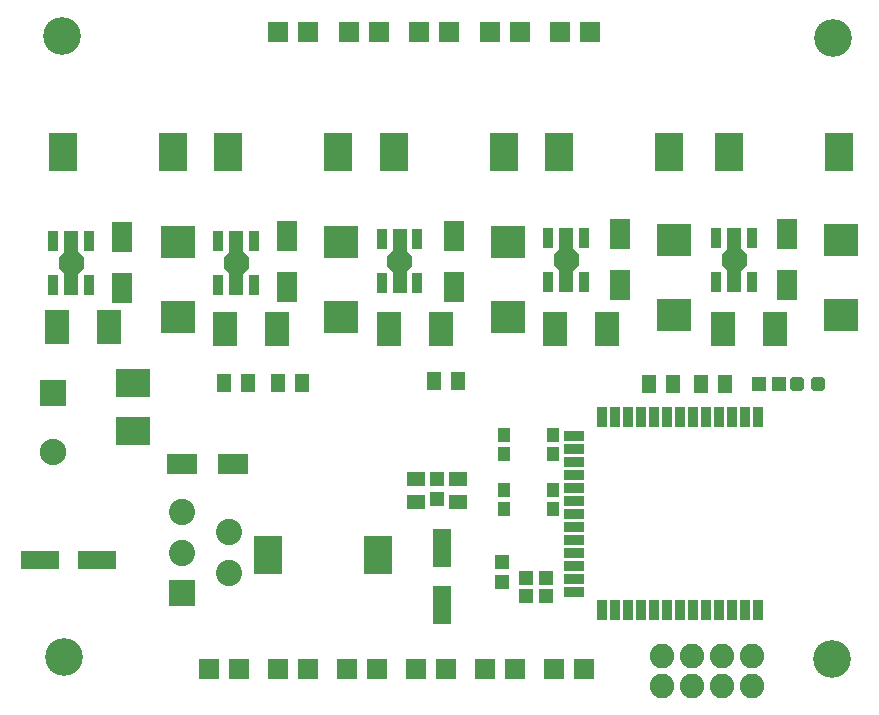
<source format=gbr>
G04 EAGLE Gerber RS-274X export*
G75*
%MOMM*%
%FSLAX34Y34*%
%LPD*%
%INSoldermask Top*%
%IPPOS*%
%AMOC8*
5,1,8,0,0,1.08239X$1,22.5*%
G01*
%ADD10R,0.903200X1.703200*%
%ADD11R,1.203200X5.403200*%
%ADD12R,2.403200X3.303200*%
%ADD13R,1.753200X2.553200*%
%ADD14R,2.003200X2.903200*%
%ADD15R,2.903200X2.753200*%
%ADD16R,1.727200X1.727200*%
%ADD17R,0.853200X1.703200*%
%ADD18R,1.703200X0.853200*%
%ADD19R,1.303200X1.603200*%
%ADD20R,1.303200X1.203200*%
%ADD21R,2.228200X2.228200*%
%ADD22C,2.228200*%
%ADD23R,1.603200X3.203200*%
%ADD24R,2.553200X1.753200*%
%ADD25R,3.203200X1.603200*%
%ADD26R,1.603200X1.303200*%
%ADD27R,1.203200X1.303200*%
%ADD28R,2.997200X2.489200*%
%ADD29C,0.505344*%
%ADD30C,3.203200*%
%ADD31R,1.103200X1.203200*%
%ADD32C,2.082800*%
%ADD33R,2.235200X2.235200*%
%ADD34C,2.235200*%
%ADD35C,1.478200*%

G36*
X610888Y363834D02*
X610888Y363834D01*
X610954Y363831D01*
X610999Y363846D01*
X611046Y363851D01*
X611105Y363880D01*
X611168Y363900D01*
X611212Y363933D01*
X611247Y363950D01*
X611274Y363979D01*
X611318Y364012D01*
X621318Y374012D01*
X621343Y374046D01*
X621374Y374075D01*
X621406Y374138D01*
X621447Y374196D01*
X621457Y374237D01*
X621477Y374275D01*
X621490Y374364D01*
X621503Y374413D01*
X621500Y374434D01*
X621504Y374460D01*
X621504Y382460D01*
X621497Y382502D01*
X621499Y382544D01*
X621477Y382611D01*
X621465Y382681D01*
X621443Y382717D01*
X621430Y382758D01*
X621376Y382831D01*
X621350Y382874D01*
X621334Y382887D01*
X621318Y382908D01*
X611318Y392908D01*
X611265Y392946D01*
X611217Y392991D01*
X611173Y393010D01*
X611134Y393037D01*
X611071Y393053D01*
X611010Y393079D01*
X610963Y393081D01*
X610917Y393093D01*
X610852Y393086D01*
X610786Y393089D01*
X610741Y393074D01*
X610694Y393069D01*
X610635Y393040D01*
X610572Y393020D01*
X610528Y392987D01*
X610493Y392970D01*
X610466Y392941D01*
X610422Y392908D01*
X600422Y382908D01*
X600397Y382874D01*
X600366Y382845D01*
X600334Y382782D01*
X600293Y382724D01*
X600283Y382683D01*
X600263Y382645D01*
X600250Y382556D01*
X600238Y382507D01*
X600240Y382486D01*
X600236Y382460D01*
X600236Y374460D01*
X600243Y374418D01*
X600241Y374376D01*
X600263Y374309D01*
X600275Y374239D01*
X600297Y374203D01*
X600310Y374162D01*
X600364Y374089D01*
X600390Y374046D01*
X600406Y374033D01*
X600422Y374012D01*
X610422Y364012D01*
X610476Y363974D01*
X610523Y363929D01*
X610567Y363910D01*
X610606Y363883D01*
X610669Y363867D01*
X610730Y363841D01*
X610777Y363839D01*
X610823Y363828D01*
X610888Y363834D01*
G37*
G36*
X468648Y363834D02*
X468648Y363834D01*
X468714Y363831D01*
X468759Y363846D01*
X468806Y363851D01*
X468865Y363880D01*
X468928Y363900D01*
X468972Y363933D01*
X469007Y363950D01*
X469034Y363979D01*
X469078Y364012D01*
X479078Y374012D01*
X479103Y374046D01*
X479134Y374075D01*
X479166Y374138D01*
X479207Y374196D01*
X479217Y374237D01*
X479237Y374275D01*
X479250Y374364D01*
X479263Y374413D01*
X479260Y374434D01*
X479264Y374460D01*
X479264Y382460D01*
X479257Y382502D01*
X479259Y382544D01*
X479237Y382611D01*
X479225Y382681D01*
X479203Y382717D01*
X479190Y382758D01*
X479136Y382831D01*
X479110Y382874D01*
X479094Y382887D01*
X479078Y382908D01*
X469078Y392908D01*
X469025Y392946D01*
X468977Y392991D01*
X468933Y393010D01*
X468894Y393037D01*
X468831Y393053D01*
X468770Y393079D01*
X468723Y393081D01*
X468677Y393093D01*
X468612Y393086D01*
X468546Y393089D01*
X468501Y393074D01*
X468454Y393069D01*
X468395Y393040D01*
X468332Y393020D01*
X468288Y392987D01*
X468253Y392970D01*
X468226Y392941D01*
X468182Y392908D01*
X458182Y382908D01*
X458157Y382874D01*
X458126Y382845D01*
X458094Y382782D01*
X458053Y382724D01*
X458043Y382683D01*
X458023Y382645D01*
X458010Y382556D01*
X457998Y382507D01*
X458000Y382486D01*
X457996Y382460D01*
X457996Y374460D01*
X458003Y374418D01*
X458001Y374376D01*
X458023Y374309D01*
X458035Y374239D01*
X458057Y374203D01*
X458070Y374162D01*
X458124Y374089D01*
X458150Y374046D01*
X458166Y374033D01*
X458182Y374012D01*
X468182Y364012D01*
X468236Y363974D01*
X468283Y363929D01*
X468327Y363910D01*
X468366Y363883D01*
X468429Y363867D01*
X468490Y363841D01*
X468537Y363839D01*
X468583Y363828D01*
X468648Y363834D01*
G37*
G36*
X327678Y362564D02*
X327678Y362564D01*
X327744Y362561D01*
X327789Y362576D01*
X327836Y362581D01*
X327895Y362610D01*
X327958Y362630D01*
X328002Y362663D01*
X328037Y362680D01*
X328064Y362709D01*
X328108Y362742D01*
X338108Y372742D01*
X338133Y372776D01*
X338164Y372805D01*
X338196Y372868D01*
X338237Y372926D01*
X338247Y372967D01*
X338267Y373005D01*
X338280Y373094D01*
X338293Y373143D01*
X338290Y373164D01*
X338294Y373190D01*
X338294Y381190D01*
X338287Y381232D01*
X338289Y381274D01*
X338267Y381341D01*
X338255Y381411D01*
X338233Y381447D01*
X338220Y381488D01*
X338166Y381561D01*
X338140Y381604D01*
X338124Y381617D01*
X338108Y381638D01*
X328108Y391638D01*
X328055Y391676D01*
X328007Y391721D01*
X327963Y391740D01*
X327924Y391767D01*
X327861Y391783D01*
X327800Y391809D01*
X327753Y391811D01*
X327707Y391823D01*
X327642Y391816D01*
X327576Y391819D01*
X327531Y391804D01*
X327484Y391799D01*
X327425Y391770D01*
X327362Y391750D01*
X327318Y391717D01*
X327283Y391700D01*
X327256Y391671D01*
X327212Y391638D01*
X317212Y381638D01*
X317187Y381604D01*
X317156Y381575D01*
X317124Y381512D01*
X317083Y381454D01*
X317073Y381413D01*
X317053Y381375D01*
X317040Y381286D01*
X317028Y381237D01*
X317030Y381216D01*
X317026Y381190D01*
X317026Y373190D01*
X317033Y373148D01*
X317031Y373106D01*
X317053Y373039D01*
X317065Y372969D01*
X317087Y372933D01*
X317100Y372892D01*
X317154Y372819D01*
X317180Y372776D01*
X317196Y372763D01*
X317212Y372742D01*
X327212Y362742D01*
X327266Y362704D01*
X327313Y362659D01*
X327357Y362640D01*
X327396Y362613D01*
X327459Y362597D01*
X327520Y362571D01*
X327567Y362569D01*
X327613Y362558D01*
X327678Y362564D01*
G37*
G36*
X189248Y361294D02*
X189248Y361294D01*
X189314Y361291D01*
X189359Y361306D01*
X189406Y361311D01*
X189465Y361340D01*
X189528Y361360D01*
X189572Y361393D01*
X189607Y361410D01*
X189634Y361439D01*
X189678Y361472D01*
X199678Y371472D01*
X199703Y371506D01*
X199734Y371535D01*
X199766Y371598D01*
X199807Y371656D01*
X199817Y371697D01*
X199837Y371735D01*
X199850Y371824D01*
X199863Y371873D01*
X199860Y371894D01*
X199864Y371920D01*
X199864Y379920D01*
X199857Y379962D01*
X199859Y380004D01*
X199837Y380071D01*
X199825Y380141D01*
X199803Y380177D01*
X199790Y380218D01*
X199736Y380291D01*
X199710Y380334D01*
X199694Y380347D01*
X199678Y380368D01*
X189678Y390368D01*
X189625Y390406D01*
X189577Y390451D01*
X189533Y390470D01*
X189494Y390497D01*
X189431Y390513D01*
X189370Y390539D01*
X189323Y390541D01*
X189277Y390553D01*
X189212Y390546D01*
X189146Y390549D01*
X189101Y390534D01*
X189054Y390529D01*
X188995Y390500D01*
X188932Y390480D01*
X188888Y390447D01*
X188853Y390430D01*
X188826Y390401D01*
X188782Y390368D01*
X178782Y380368D01*
X178757Y380334D01*
X178726Y380305D01*
X178694Y380242D01*
X178653Y380184D01*
X178643Y380143D01*
X178623Y380105D01*
X178610Y380016D01*
X178598Y379967D01*
X178600Y379946D01*
X178596Y379920D01*
X178596Y371920D01*
X178603Y371878D01*
X178601Y371836D01*
X178623Y371769D01*
X178635Y371699D01*
X178657Y371663D01*
X178670Y371622D01*
X178724Y371549D01*
X178750Y371506D01*
X178766Y371493D01*
X178782Y371472D01*
X188782Y361472D01*
X188836Y361434D01*
X188883Y361389D01*
X188927Y361370D01*
X188966Y361343D01*
X189029Y361327D01*
X189090Y361301D01*
X189137Y361299D01*
X189183Y361288D01*
X189248Y361294D01*
G37*
G36*
X49548Y361294D02*
X49548Y361294D01*
X49614Y361291D01*
X49659Y361306D01*
X49706Y361311D01*
X49765Y361340D01*
X49828Y361360D01*
X49872Y361393D01*
X49907Y361410D01*
X49934Y361439D01*
X49978Y361472D01*
X59978Y371472D01*
X60003Y371506D01*
X60034Y371535D01*
X60066Y371598D01*
X60107Y371656D01*
X60117Y371697D01*
X60137Y371735D01*
X60150Y371824D01*
X60163Y371873D01*
X60160Y371894D01*
X60164Y371920D01*
X60164Y379920D01*
X60157Y379962D01*
X60159Y380004D01*
X60137Y380071D01*
X60125Y380141D01*
X60103Y380177D01*
X60090Y380218D01*
X60036Y380291D01*
X60010Y380334D01*
X59994Y380347D01*
X59978Y380368D01*
X49978Y390368D01*
X49925Y390406D01*
X49877Y390451D01*
X49833Y390470D01*
X49794Y390497D01*
X49731Y390513D01*
X49670Y390539D01*
X49623Y390541D01*
X49577Y390553D01*
X49512Y390546D01*
X49446Y390549D01*
X49401Y390534D01*
X49354Y390529D01*
X49295Y390500D01*
X49232Y390480D01*
X49188Y390447D01*
X49153Y390430D01*
X49126Y390401D01*
X49082Y390368D01*
X39082Y380368D01*
X39057Y380334D01*
X39026Y380305D01*
X38994Y380242D01*
X38953Y380184D01*
X38943Y380143D01*
X38923Y380105D01*
X38910Y380016D01*
X38898Y379967D01*
X38900Y379946D01*
X38896Y379920D01*
X38896Y371920D01*
X38903Y371878D01*
X38901Y371836D01*
X38923Y371769D01*
X38935Y371699D01*
X38957Y371663D01*
X38970Y371622D01*
X39024Y371549D01*
X39050Y371506D01*
X39066Y371493D01*
X39082Y371472D01*
X49082Y361472D01*
X49136Y361434D01*
X49183Y361389D01*
X49227Y361370D01*
X49266Y361343D01*
X49329Y361327D01*
X49390Y361301D01*
X49437Y361299D01*
X49483Y361288D01*
X49548Y361294D01*
G37*
D10*
X64530Y394420D03*
X34530Y394420D03*
X64530Y357420D03*
X34530Y357420D03*
D11*
X49530Y375920D03*
D12*
X42400Y469900D03*
X135400Y469900D03*
D13*
X92710Y354420D03*
X92710Y397420D03*
D14*
X81690Y321310D03*
X37690Y321310D03*
D15*
X139700Y393650D03*
X139700Y330250D03*
D16*
X224790Y571500D03*
X250190Y571500D03*
D10*
X342660Y395690D03*
X312660Y395690D03*
X342660Y358690D03*
X312660Y358690D03*
D11*
X327660Y377190D03*
D12*
X323070Y469900D03*
X416070Y469900D03*
D13*
X373380Y355690D03*
X373380Y398690D03*
D14*
X362360Y320040D03*
X318360Y320040D03*
D15*
X419100Y393650D03*
X419100Y330250D03*
D16*
X344170Y571500D03*
X369570Y571500D03*
D10*
X204230Y394420D03*
X174230Y394420D03*
X204230Y357420D03*
X174230Y357420D03*
D11*
X189230Y375920D03*
D12*
X182100Y469900D03*
X275100Y469900D03*
D13*
X232410Y355690D03*
X232410Y398690D03*
D14*
X223930Y320040D03*
X179930Y320040D03*
D15*
X278130Y393650D03*
X278130Y330250D03*
D16*
X284480Y571500D03*
X309880Y571500D03*
D10*
X483630Y396960D03*
X453630Y396960D03*
X483630Y359960D03*
X453630Y359960D03*
D11*
X468630Y378460D03*
D12*
X462770Y469900D03*
X555770Y469900D03*
D13*
X514350Y356960D03*
X514350Y399960D03*
D14*
X503330Y320040D03*
X459330Y320040D03*
D15*
X560070Y394920D03*
X560070Y331520D03*
D16*
X403860Y571500D03*
X429260Y571500D03*
D10*
X625870Y396960D03*
X595870Y396960D03*
X625870Y359960D03*
X595870Y359960D03*
D11*
X610870Y378460D03*
D12*
X606280Y469900D03*
X699280Y469900D03*
D13*
X655320Y356960D03*
X655320Y399960D03*
D14*
X645570Y320040D03*
X601570Y320040D03*
D15*
X701040Y394920D03*
X701040Y331520D03*
D16*
X463550Y571500D03*
X488950Y571500D03*
D17*
X619940Y245590D03*
X608940Y245590D03*
X597940Y245590D03*
X586940Y245590D03*
X575940Y245590D03*
X564940Y245590D03*
X553940Y245590D03*
X542940Y245590D03*
X531940Y245590D03*
X520940Y245590D03*
X509940Y245590D03*
X498940Y245590D03*
D18*
X475440Y229390D03*
X475440Y218390D03*
X475440Y207390D03*
X475440Y196390D03*
X475440Y185390D03*
X475440Y174390D03*
X475440Y163390D03*
D17*
X630940Y245590D03*
X619940Y81690D03*
X608940Y81690D03*
X597940Y81690D03*
X586940Y81690D03*
X575940Y81690D03*
X564940Y81690D03*
X553940Y81690D03*
X542940Y81690D03*
X531940Y81690D03*
X520940Y81690D03*
X509940Y81690D03*
X498940Y81690D03*
X630940Y81690D03*
D18*
X475440Y152390D03*
X475440Y141390D03*
X475440Y130390D03*
X475440Y119390D03*
X475440Y108390D03*
X475440Y97390D03*
D19*
X179230Y274320D03*
X199230Y274320D03*
X357030Y275590D03*
X377030Y275590D03*
X224950Y274320D03*
X244950Y274320D03*
X538640Y273050D03*
X558640Y273050D03*
X603090Y273050D03*
X583090Y273050D03*
D20*
X451730Y109220D03*
X434730Y109220D03*
X451730Y93980D03*
X434730Y93980D03*
D21*
X143510Y96520D03*
D22*
X183510Y113520D03*
X143510Y130520D03*
X183510Y147520D03*
X143510Y164520D03*
D12*
X216390Y128270D03*
X309390Y128270D03*
D23*
X363220Y134490D03*
X363220Y86490D03*
D24*
X186600Y205740D03*
X143600Y205740D03*
D25*
X22990Y124460D03*
X70990Y124460D03*
D26*
X341630Y192880D03*
X341630Y172880D03*
X377190Y172880D03*
X377190Y192880D03*
D27*
X359410Y192650D03*
X359410Y175650D03*
D28*
X101600Y274460D03*
X101600Y233540D03*
D27*
X414020Y122800D03*
X414020Y105800D03*
D29*
X678380Y269560D02*
X678380Y276540D01*
X685360Y276540D01*
X685360Y269560D01*
X678380Y269560D01*
X678380Y274360D02*
X685360Y274360D01*
X660840Y276540D02*
X660840Y269560D01*
X660840Y276540D02*
X667820Y276540D01*
X667820Y269560D01*
X660840Y269560D01*
X660840Y274360D02*
X667820Y274360D01*
D20*
X648580Y273050D03*
X631580Y273050D03*
D30*
X43180Y41910D03*
X693420Y40640D03*
X41910Y567690D03*
X694690Y566420D03*
D31*
X457380Y183260D03*
X457380Y167260D03*
X416380Y167260D03*
X416380Y183260D03*
X457380Y230250D03*
X457380Y214250D03*
X416380Y214250D03*
X416380Y230250D03*
D32*
X549910Y17780D03*
X549910Y43180D03*
X575310Y17780D03*
X575310Y43180D03*
X600710Y17780D03*
X600710Y43180D03*
X626110Y17780D03*
X626110Y43180D03*
D33*
X34290Y265430D03*
D34*
X34290Y215430D03*
D16*
X483870Y31750D03*
X458470Y31750D03*
X425450Y31750D03*
X400050Y31750D03*
X367030Y31750D03*
X341630Y31750D03*
X308610Y31750D03*
X283210Y31750D03*
X250190Y31750D03*
X224790Y31750D03*
X191770Y31750D03*
X166370Y31750D03*
D35*
X22860Y124460D03*
X363220Y87630D03*
X71120Y124460D03*
X363220Y133350D03*
M02*

</source>
